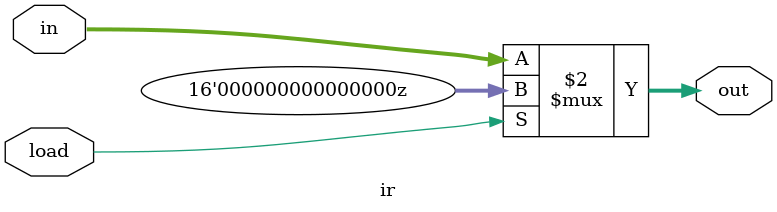
<source format=v>
module ir (
	in,
	load,
	out
);

input [15:0] in;
input load;
output [15:0] out;

assign out = load ? 1'bz : in;

endmodule

</source>
